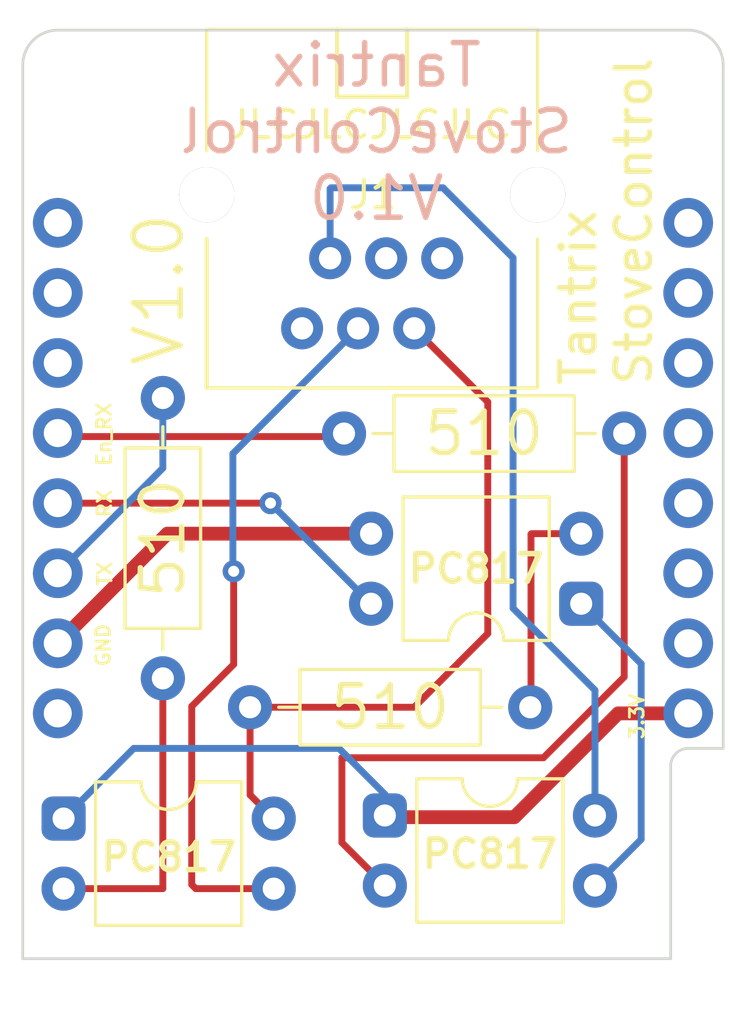
<source format=kicad_pcb>
(kicad_pcb (version 20211014) (generator pcbnew)
  (title_block (comment 4 "AISLER Project ID: SOHRQTSN"))
  (layers (0 "F.Cu" signal) (31 "B.Cu" signal) (34 "B.Paste" user) (35 "F.Paste" user) (36 "B.SilkS" user "B.Silkscreen") (37 "F.SilkS" user "F.Silkscreen") (38 "B.Mask" user) (39 "F.Mask" user) (44 "Edge.Cuts" user))
  (net 0 "")
  (footprint "Package_DIP:DIP-4_W7.62mm" (layer "F.Cu") (at 35.989749 48.151139)
    (fp_text reference "U1" hide)
    (fp_text value "PC817")
    (fp_line (start 1.16 -1.33) (end 1.16 3.87) (layer "F.SilkS") (width 0.12))
    (fp_line (start 6.46 -1.33) (end 4.81 -1.33) (layer "F.SilkS") (width 0.12))
    (fp_line (start 6.46 3.87) (end 6.46 -1.33) (layer "F.SilkS") (width 0.12))
    (fp_line (start 2.81 -1.33) (end 1.16 -1.33) (layer "F.SilkS") (width 0.12))
    (fp_line (start 1.16 3.87) (end 6.46 3.87) (layer "F.SilkS") (width 0.12))
    (fp_arc (start 4.81 -1.33) (mid 3.81 -0.33) (end 2.81 -1.33) (layer "F.SilkS") (width 0.12))
    (pad "1" thru_hole roundrect locked (at 0 0) (size 1.6 1.6) (drill 0.8) (layers F&B.Cu *.Mask))
    (pad "2" thru_hole oval locked (at 0 2.54) (size 1.6 1.6) (drill 0.8) (layers F&B.Cu *.Mask))
    (pad "3" thru_hole oval locked (at 7.62 2.54) (size 1.6 1.6) (drill 0.8) (layers F&B.Cu *.Mask))
    (pad "4" thru_hole oval locked (at 7.62 0) (size 1.6 1.6) (drill 0.8) (layers F&B.Cu *.Mask))
  )
  (footprint "Resistor_THT:R_Axial_DIN0207_L6.3mm_D2.5mm_P10.16mm_Horizontal" (layer "F.Cu") (at 34.509295 34.306949)
    (fp_text reference "R1" hide)
    (fp_text value "500")
    (fp_line (start 8.35 -1.37) (end 1.81 -1.37) (layer "F.SilkS") (width 0.12))
    (fp_line (start 1.81 -1.37) (end 1.81 1.37) (layer "F.SilkS") (width 0.12))
    (fp_line (start 1.04 0) (end 1.81 0) (layer "F.SilkS") (width 0.12))
    (fp_line (start 1.81 1.37) (end 8.35 1.37) (layer "F.SilkS") (width 0.12))
    (fp_line (start 9.12 0) (end 8.35 0) (layer "F.SilkS") (width 0.12))
    (fp_line (start 8.35 1.37) (end 8.35 -1.37) (layer "F.SilkS") (width 0.12))
    (pad "1" thru_hole circle locked (at 0 0) (size 1.6 1.6) (drill 0.8) (layers F&B.Cu *.Mask))
    (pad "2" thru_hole oval locked (at 10.16 0) (size 1.6 1.6) (drill 0.8) (layers F&B.Cu *.Mask))
  )
  (footprint "MyRJ:Ali_RJ12" (layer "F.Cu") (at 35.529 25.654 180)
    (fp_text reference "J1" (at -0.031 0) (layer "F.SilkS"))
    (fp_text value "6P6C")
    (fp_line (start -6 1.6) (end -6 6) (layer "F.SilkS") (width 0.12))
    (fp_line (start -1.27 3.556) (end 1.27 3.556) (layer "F.SilkS") (width 0.15))
    (fp_line (start 1.27 3.556) (end 1.27 6) (layer "F.SilkS") (width 0.15))
    (fp_line (start 6 -7) (end 6 -1.6) (layer "F.SilkS") (width 0.15))
    (fp_line (start -6 -7) (end -6 -1.6) (layer "F.SilkS") (width 0.12))
    (fp_line (start -6 6) (end 6 6) (layer "F.SilkS") (width 0.12))
    (fp_line (start -1.27 6) (end -1.27 3.556) (layer "F.SilkS") (width 0.15))
    (fp_line (start -6 -7) (end 6 -7) (layer "F.SilkS") (width 0.12))
    (fp_line (start 6 1.6) (end 6 6) (layer "F.SilkS") (width 0.12))
    (pad "" thru_hole circle locked (at -6 0 180) (size 2 2) (drill 2) (layers F&B.Cu *.Mask))
    (pad "" thru_hole circle locked (at 6 0 180) (size 2 2) (drill 2) (layers F&B.Cu *.Mask))
    (pad "1" thru_hole circle locked (at 2.54 -4.84) (size 1.52 1.52) (drill 0.81) (layers F&B.Cu *.Mask))
    (pad "2" thru_hole circle locked (at 1.524 -2.3) (size 1.52 1.52) (drill 0.81) (layers F&B.Cu *.Mask))
    (pad "3" thru_hole circle locked (at 0.508 -4.84) (size 1.52 1.52) (drill 0.81) (layers F&B.Cu *.Mask))
    (pad "4" thru_hole circle locked (at -0.508 -2.3) (size 1.52 1.52) (drill 0.81) (layers F&B.Cu *.Mask))
    (pad "5" thru_hole circle locked (at -1.524 -4.84) (size 1.52 1.52) (drill 0.81) (layers F&B.Cu *.Mask))
    (pad "6" thru_hole circle locked (at -2.54 -2.3) (size 1.52 1.52) (drill 0.81) (layers F&B.Cu *.Mask))
  )
  (footprint "Resistor_THT:R_Axial_DIN0207_L6.3mm_D2.5mm_P10.16mm_Horizontal" (layer "F.Cu") (at 31.103165 44.228016)
    (fp_text reference "R1" hide)
    (fp_text value "500")
    (fp_line (start 8.35 -1.37) (end 1.81 -1.37) (layer "F.SilkS") (width 0.12))
    (fp_line (start 1.81 -1.37) (end 1.81 1.37) (layer "F.SilkS") (width 0.12))
    (fp_line (start 8.35 1.37) (end 8.35 -1.37) (layer "F.SilkS") (width 0.12))
    (fp_line (start 9.12 0) (end 8.35 0) (layer "F.SilkS") (width 0.12))
    (fp_line (start 1.81 1.37) (end 8.35 1.37) (layer "F.SilkS") (width 0.12))
    (fp_line (start 1.04 0) (end 1.81 0) (layer "F.SilkS") (width 0.12))
    (pad "1" thru_hole circle locked (at 0 0) (size 1.6 1.6) (drill 0.8) (layers F&B.Cu *.Mask))
    (pad "2" thru_hole oval locked (at 10.16 0) (size 1.6 1.6) (drill 0.8) (layers F&B.Cu *.Mask))
  )
  (footprint "Resistor_THT:R_Axial_DIN0207_L6.3mm_D2.5mm_P10.16mm_Horizontal" (layer "F.Cu") (at 27.94 33.02 -90)
    (fp_text reference "R3" hide)
    (fp_text value "500")
    (fp_line (start 1.04 0) (end 1.81 0) (layer "F.SilkS") (width 0.12))
    (fp_line (start 8.35 -1.37) (end 1.81 -1.37) (layer "F.SilkS") (width 0.12))
    (fp_line (start 8.35 1.37) (end 8.35 -1.37) (layer "F.SilkS") (width 0.12))
    (fp_line (start 9.12 0) (end 8.35 0) (layer "F.SilkS") (width 0.12))
    (fp_line (start 1.81 1.37) (end 8.35 1.37) (layer "F.SilkS") (width 0.12))
    (fp_line (start 1.81 -1.37) (end 1.81 1.37) (layer "F.SilkS") (width 0.12))
    (pad "1" thru_hole circle locked (at 0 0 270) (size 1.6 1.6) (drill 0.8) (layers F&B.Cu *.Mask))
    (pad "2" thru_hole oval locked (at 10.16 0 270) (size 1.6 1.6) (drill 0.8) (layers F&B.Cu *.Mask))
  )
  (footprint "Package_DIP:DIP-4_W7.62mm" (layer "F.Cu") (at 43.110037 40.476405 180)
    (fp_text reference "U2" hide)
    (fp_text value "PC817")
    (fp_line (start 6.46 -1.33) (end 4.81 -1.33) (layer "F.SilkS") (width 0.12))
    (fp_line (start 1.16 3.87) (end 6.46 3.87) (layer "F.SilkS") (width 0.12))
    (fp_line (start 6.46 3.87) (end 6.46 -1.33) (layer "F.SilkS") (width 0.12))
    (fp_line (start 1.16 -1.33) (end 1.16 3.87) (layer "F.SilkS") (width 0.12))
    (fp_line (start 2.81 -1.33) (end 1.16 -1.33) (layer "F.SilkS") (width 0.12))
    (fp_arc (start 4.81 -1.33) (mid 3.81 -0.33) (end 2.81 -1.33) (layer "F.SilkS") (width 0.12))
    (pad "1" thru_hole roundrect locked (at 0 0 180) (size 1.6 1.6) (drill 0.8) (layers F&B.Cu *.Mask))
    (pad "2" thru_hole oval locked (at 0 2.54 180) (size 1.6 1.6) (drill 0.8) (layers F&B.Cu *.Mask))
    (pad "3" thru_hole oval locked (at 7.62 2.54 180) (size 1.6 1.6) (drill 0.8) (layers F&B.Cu *.Mask))
    (pad "4" thru_hole oval locked (at 7.62 0 180) (size 1.6 1.6) (drill 0.8) (layers F&B.Cu *.Mask))
  )
  (footprint "Package_DIP:DIP-4_W7.62mm" (layer "F.Cu") (at 24.340852 48.262541)
    (fp_text reference "U4" hide)
    (fp_text value "PC817")
    (fp_line (start 1.16 -1.33) (end 1.16 3.87) (layer "F.SilkS") (width 0.12))
    (fp_line (start 6.46 3.87) (end 6.46 -1.33) (layer "F.SilkS") (width 0.12))
    (fp_line (start 1.16 3.87) (end 6.46 3.87) (layer "F.SilkS") (width 0.12))
    (fp_line (start 2.81 -1.33) (end 1.16 -1.33) (layer "F.SilkS") (width 0.12))
    (fp_line (start 6.46 -1.33) (end 4.81 -1.33) (layer "F.SilkS") (width 0.12))
    (fp_arc (start 4.81 -1.33) (mid 3.81 -0.33) (end 2.81 -1.33) (layer "F.SilkS") (width 0.12))
    (pad "1" thru_hole roundrect locked (at 0 0) (size 1.6 1.6) (drill 0.8) (layers F&B.Cu *.Mask))
    (pad "2" thru_hole oval locked (at 0 2.54) (size 1.6 1.6) (drill 0.8) (layers F&B.Cu *.Mask))
    (pad "3" thru_hole oval locked (at 7.62 2.54) (size 1.6 1.6) (drill 0.8) (layers F&B.Cu *.Mask))
    (pad "4" thru_hole oval locked (at 7.62 0) (size 1.6 1.6) (drill 0.8) (layers F&B.Cu *.Mask))
  )
  (footprint "wemos_d1_mini:wemos-d1-mini-DIL-only" (layer "B.Cu") (at 35.56 35.56 90)
    (fp_text reference "U2")
    (fp_text value "WeMos_mini" hide)
    (pad "1" thru_hole circle locked (at -8.89 -11.43 90) (size 1.8 1.8) (drill 1.016) (layers F&B.Cu *.Mask))
    (pad "2" thru_hole circle locked (at -6.35 -11.43 90) (size 1.8 1.8) (drill 1.016) (layers F&B.Cu *.Mask))
    (pad "3" thru_hole circle locked (at -3.81 -11.43 90) (size 1.8 1.8) (drill 1.016) (layers F&B.Cu *.Mask))
    (pad "4" thru_hole circle locked (at -1.27 -11.43 90) (size 1.8 1.8) (drill 1.016) (layers F&B.Cu *.Mask))
    (pad "5" thru_hole circle locked (at 1.27 -11.43 90) (size 1.8 1.8) (drill 1.016) (layers F&B.Cu *.Mask))
    (pad "6" thru_hole circle locked (at 3.81 -11.43 90) (size 1.8 1.8) (drill 1.016) (layers F&B.Cu *.Mask))
    (pad "7" thru_hole circle locked (at 6.35 -11.43 90) (size 1.8 1.8) (drill 1.016) (layers F&B.Cu *.Mask))
    (pad "8" thru_hole circle locked (at 8.89 -11.43 90) (size 1.8 1.8) (drill 1.016) (layers F&B.Cu *.Mask))
    (pad "9" thru_hole circle locked (at 8.89 11.43 90) (size 1.8 1.8) (drill 1.016) (layers F&B.Cu *.Mask))
    (pad "10" thru_hole circle locked (at 6.35 11.43 90) (size 1.8 1.8) (drill 1.016) (layers F&B.Cu *.Mask))
    (pad "11" thru_hole circle locked (at 3.81 11.43 90) (size 1.8 1.8) (drill 1.016) (layers F&B.Cu *.Mask))
    (pad "12" thru_hole circle locked (at 1.27 11.43 90) (size 1.8 1.8) (drill 1.016) (layers F&B.Cu *.Mask))
    (pad "13" thru_hole circle locked (at -1.27 11.43 90) (size 1.8 1.8) (drill 1.016) (layers F&B.Cu *.Mask))
    (pad "14" thru_hole circle locked (at -3.81 11.43 90) (size 1.8 1.8) (drill 1.016) (layers F&B.Cu *.Mask))
    (pad "15" thru_hole circle locked (at -6.35 11.43 90) (size 1.8 1.8) (drill 1.016) (layers F&B.Cu *.Mask))
    (pad "16" thru_hole circle locked (at -8.89 11.43 90) (size 1.8 1.8) (drill 1.016) (layers F&B.Cu *.Mask))
  )
  (gr_line (start 22.86 20.955) (end 22.86 53.34) (layer "Edge.Cuts") (width 0.1))
  (gr_line (start 46.99 19.685) (end 24.13 19.685) (layer "Edge.Cuts") (width 0.1))
  (gr_arc (start 22.86 20.955) (mid 23.231974 20.056974) (end 24.13 19.685) (layer "Edge.Cuts") (width 0.1))
  (gr_line (start 46.99 45.72) (end 48.26 45.72) (layer "Edge.Cuts") (width 0.1))
  (gr_line (start 22.86 53.34) (end 46.355 53.34) (layer "Edge.Cuts") (width 0.1))
  (gr_line (start 46.355 53.34) (end 46.355 46.355) (layer "Edge.Cuts") (width 0.1))
  (gr_line (start 48.26 45.72) (end 48.26 20.955) (layer "Edge.Cuts") (width 0.1))
  (gr_arc (start 46.355 46.355) (mid 46.540987 45.905987) (end 46.99 45.72) (layer "Edge.Cuts") (width 0.1))
  (gr_arc (start 46.99 19.685) (mid 47.888026 20.056974) (end 48.26 20.955) (layer "Edge.Cuts") (width 0.1))
  (gr_text "Tantrix\nStoveControl\nV1.0" (at 35.687 23.368) (layer "B.SilkS") (effects (font (size 1.5 1.5) (thickness 0.2)) (justify mirror)))
  (gr_text "GND" (at 25.778309 41.974038 90) (layer "F.SilkS") (effects (font (size 0.5 0.5) (thickness 0.1))))
  (gr_text "Tantrix\nStoveControl" (at 44.009543 32.665633 90) (layer "F.SilkS") (effects (font (size 1.25 1.25) (thickness 0.2)) (justify left)))
  (gr_text "510" (at 39.589295 34.306949) (layer "F.SilkS") (effects (font (size 1.5 1.5) (thickness 0.2))))
  (gr_text "PC817" (at 39.300037 39.206405) (layer "F.SilkS") (effects (font (size 1 1) (thickness 0.2))))
  (gr_text "510" (at 36.183165 44.228016) (layer "F.SilkS") (effects (font (size 1.5 1.5) (thickness 0.2))))
  (gr_text "TX" (at 25.838042 39.396191 90) (layer "F.SilkS") (effects (font (size 0.5 0.5) (thickness 0.1))))
  (gr_text "3.3V" (at 45.13128 44.56516 90) (layer "F.SilkS") (effects (font (size 0.5 0.5) (thickness 0.1))))
  (gr_text "510" (at 27.94 38.1 90) (layer "F.SilkS") (effects (font (size 1.5 1.5) (thickness 0.2))))
  (gr_text "PC817" (at 39.799749 49.548139) (layer "F.SilkS") (effects (font (size 1 1) (thickness 0.2))))
  (gr_text "V1.0" (at 27.792011 29.081648 90) (layer "F.SilkS") (effects (font (size 1.7 1.7) (thickness 0.2))))
  (gr_text "En_RX" (at 25.811494 34.33879 90) (layer "F.SilkS") (effects (font (size 0.5 0.5) (thickness 0.1))))
  (gr_text "PC817" (at 28.150852 49.659541) (layer "F.SilkS") (effects (font (size 1 1) (thickness 0.2))))
  (gr_text "RX" (at 25.824768 36.847579 90) (layer "F.SilkS") (effects (font (size 0.5 0.5) (thickness 0.1))))
  (gr_text "JLCJLCJLCJLC" (at 35.433 23.114) (layer "F.SilkS") (effects (font (size 1 1))))
  (segment (start 29.133021 50.802541) (end 28.988016 50.657536) (width 0.25) (layer "F.Cu") (net 0))
  (segment (start 37.051984 44.228016) (end 39.72235 41.55765) (width 0.25) (layer "F.Cu") (net 0))
  (segment (start 30.508522 42.674957) (end 30.508522 39.300037) (width 0.25) (layer "F.Cu") (net 0))
  (segment (start 28.103595 37.936405) (end 24.13 41.91) (width 0.5) (layer "F.Cu") (net 0))
  (segment (start 41.741006 46.058487) (end 34.433682 46.058487) (width 0.25) (layer "F.Cu") (net 0))
  (segment (start 34.433682 46.058487) (end 34.433682 49.135072) (width 0.25) (layer "F.Cu") (net 0))
  (segment (start 24.340852 50.802541) (end 27.937459 50.802541) (width 0.25) (layer "F.Cu") (net 0))
  (segment (start 35.989749 48.151139) (end 36.759061 48.151139) (width 0.25) (layer "F.Cu") (net 0))
  (segment (start 34.399387 34.416857) (end 24.256857 34.416857) (width 0.25) (layer "F.Cu") (net 0))
  (segment (start 31.103165 44.228016) (end 37.051984 44.228016) (width 0.25) (layer "F.Cu") (net 0))
  (segment (start 41.290344 37.956043) (end 41.290344 44.200837) (width 0.25) (layer "F.Cu") (net 0))
  (segment (start 31.103165 47.404854) (end 31.960852 48.262541) (width 0.25) (layer "F.Cu") (net 0))
  (segment (start 40.68748 48.21252) (end 44.45 44.45) (width 0.5) (layer "F.Cu") (net 0))
  (segment (start 34.509295 34.306949) (end 34.399387 34.416857) (width 0.25) (layer "F.Cu") (net 0))
  (segment (start 44.669295 34.306949) (end 44.669295 43.130198) (width 0.25) (layer "F.Cu") (net 0))
  (segment (start 24.256857 34.416857) (end 24.13 34.29) (width 0.25) (layer "F.Cu") (net 0))
  (segment (start 35.989749 48.151139) (end 36.05113 48.21252) (width 0.5) (layer "F.Cu") (net 0))
  (segment (start 27.937459 50.802541) (end 27.94 50.8) (width 0.25) (layer "F.Cu") (net 0))
  (segment (start 36.05113 48.21252) (end 40.68748 48.21252) (width 0.5) (layer "F.Cu") (net 0))
  (segment (start 44.45 44.45) (end 46.99 44.45) (width 0.5) (layer "F.Cu") (net 0))
  (segment (start 43.110037 37.936405) (end 41.309982 37.936405) (width 0.25) (layer "F.Cu") (net 0))
  (segment (start 31.103165 44.228016) (end 31.103165 47.404854) (width 0.25) (layer "F.Cu") (net 0))
  (segment (start 41.290344 44.200837) (end 41.263165 44.228016) (width 0.25) (layer "F.Cu") (net 0))
  (segment (start 34.433682 49.135072) (end 35.989749 50.691139) (width 0.25) (layer "F.Cu") (net 0))
  (segment (start 28.988016 50.657536) (end 28.988016 44.195463) (width 0.25) (layer "F.Cu") (net 0))
  (segment (start 24.13 36.83) (end 31.721477 36.83) (width 0.25) (layer "F.Cu") (net 0))
  (segment (start 41.309982 37.936405) (end 41.290344 37.956043) (width 0.25) (layer "F.Cu") (net 0))
  (segment (start 27.94 50.8) (end 27.94 43.18) (width 0.25) (layer "F.Cu") (net 0))
  (segment (start 35.490037 37.936405) (end 28.103595 37.936405) (width 0.5) (layer "F.Cu") (net 0))
  (segment (start 39.72235 41.55765) (end 39.72235 33.16335) (width 0.25) (layer "F.Cu") (net 0))
  (segment (start 39.72235 33.16335) (end 37.053 30.494) (width 0.25) (layer "F.Cu") (net 0))
  (segment (start 28.988016 44.195463) (end 30.508522 42.674957) (width 0.25) (layer "F.Cu") (net 0))
  (segment (start 31.960852 50.802541) (end 29.133021 50.802541) (width 0.25) (layer "F.Cu") (net 0))
  (segment (start 36.759061 48.151139) (end 36.867922 48.26) (width 0.25) (layer "F.Cu") (net 0))
  (segment (start 44.669295 43.130198) (end 41.741006 46.058487) (width 0.25) (layer "F.Cu") (net 0))
  (via (at 30.508522 39.300037) (size 0.8) (drill 0.4) (layers "F.Cu" "B.Cu") (net 0))
  (via (at 31.843632 36.83) (size 0.8) (drill 0.4) (layers "F.Cu" "B.Cu") (net 0))
  (segment (start 34.005 25.432912) (end 34.005 27.954) (width 0.25) (layer "B.Cu") (net 0))
  (segment (start 26.883393 45.72) (end 34.327922 45.72) (width 0.25) (layer "B.Cu") (net 0))
  (segment (start 34.327922 45.72) (end 35.989749 47.381827) (width 0.25) (layer "B.Cu") (net 0))
  (segment (start 40.64 40.64) (end 40.64 27.94) (width 0.25) (layer "B.Cu") (net 0))
  (segment (start 45.285193 49.015695) (end 45.285193 42.651561) (width 0.25) (layer "B.Cu") (net 0))
  (segment (start 27.94 35.56) (end 24.13 39.37) (width 0.25) (layer "B.Cu") (net 0))
  (segment (start 24.340852 48.262541) (end 26.883393 45.72) (width 0.25) (layer "B.Cu") (net 0))
  (segment (start 40.64 27.94) (end 38.1 25.4) (width 0.25) (layer "B.Cu") (net 0))
  (segment (start 43.609749 43.609749) (end 40.64 40.64) (width 0.25) (layer "B.Cu") (net 0))
  (segment (start 27.94 33.02) (end 27.94 35.56) (width 0.25) (layer "B.Cu") (net 0))
  (segment (start 30.508522 39.300037) (end 30.48 39.271515) (width 0.25) (layer "B.Cu") (net 0))
  (segment (start 43.609749 50.691139) (end 45.285193 49.015695) (width 0.25) (layer "B.Cu") (net 0))
  (segment (start 34.037912 25.4) (end 34.005 25.432912) (width 0.25) (layer "B.Cu") (net 0))
  (segment (start 30.48 35.035) (end 35.021 30.494) (width 0.25) (layer "B.Cu") (net 0))
  (segment (start 35.490037 40.476405) (end 31.843632 36.83) (width 0.25) (layer "B.Cu") (net 0))
  (segment (start 45.285193 42.651561) (end 43.110037 40.476405) (width 0.25) (layer "B.Cu") (net 0))
  (segment (start 30.48 39.271515) (end 30.48 35.035) (width 0.25) (layer "B.Cu") (net 0))
  (segment (start 38.1 25.4) (end 34.037912 25.4) (width 0.25) (layer "B.Cu") (net 0))
  (segment (start 31.843632 36.83) (end 31.71361 36.83) (width 0.25) (layer "B.Cu") (net 0))
  (segment (start 35.989749 47.381827) (end 35.989749 48.151139) (width 0.25) (layer "B.Cu") (net 0))
  (segment (start 43.609749 48.151139) (end 43.609749 43.609749) (width 0.25) (layer "B.Cu") (net 0))
)
</source>
